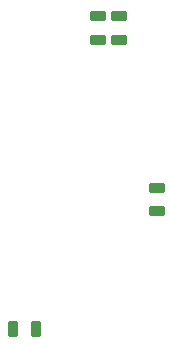
<source format=gbp>
G04 Layer_Color=128*
%FSLAX24Y24*%
%MOIN*%
G70*
G01*
G75*
G04:AMPARAMS|DCode=11|XSize=51.2mil|YSize=31.5mil|CornerRadius=3.9mil|HoleSize=0mil|Usage=FLASHONLY|Rotation=90.000|XOffset=0mil|YOffset=0mil|HoleType=Round|Shape=RoundedRectangle|*
%AMROUNDEDRECTD11*
21,1,0.0512,0.0236,0,0,90.0*
21,1,0.0433,0.0315,0,0,90.0*
1,1,0.0079,0.0118,0.0217*
1,1,0.0079,0.0118,-0.0217*
1,1,0.0079,-0.0118,-0.0217*
1,1,0.0079,-0.0118,0.0217*
%
%ADD11ROUNDEDRECTD11*%
G04:AMPARAMS|DCode=12|XSize=51.2mil|YSize=31.5mil|CornerRadius=3.9mil|HoleSize=0mil|Usage=FLASHONLY|Rotation=0.000|XOffset=0mil|YOffset=0mil|HoleType=Round|Shape=RoundedRectangle|*
%AMROUNDEDRECTD12*
21,1,0.0512,0.0236,0,0,0.0*
21,1,0.0433,0.0315,0,0,0.0*
1,1,0.0079,0.0217,-0.0118*
1,1,0.0079,-0.0217,-0.0118*
1,1,0.0079,-0.0217,0.0118*
1,1,0.0079,0.0217,0.0118*
%
%ADD12ROUNDEDRECTD12*%
D11*
X52165Y13780D02*
D03*
X52953D02*
D03*
D12*
X56988Y18504D02*
D03*
Y17717D02*
D03*
X55709Y23425D02*
D03*
Y24213D02*
D03*
X55020Y23425D02*
D03*
Y24213D02*
D03*
M02*

</source>
